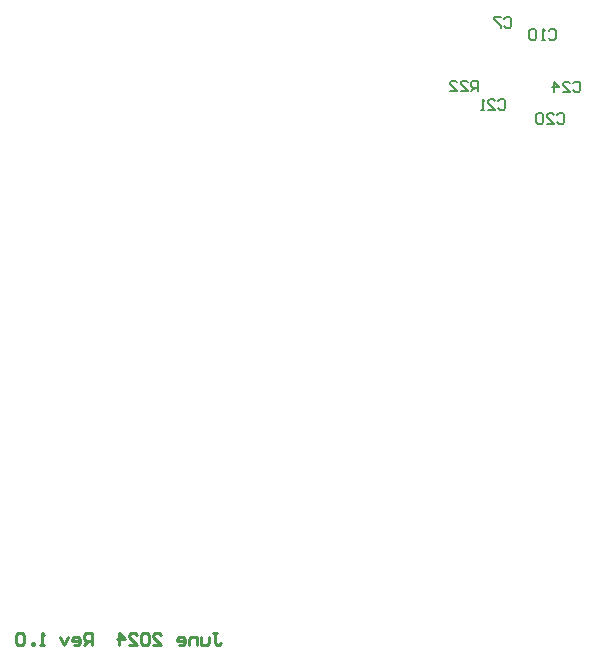
<source format=gbo>
G04*
G04 #@! TF.GenerationSoftware,Altium Limited,Altium Designer,24.2.2 (26)*
G04*
G04 Layer_Color=32896*
%FSLAX26Y26*%
%MOIN*%
G70*
G04*
G04 #@! TF.SameCoordinates,46F5A5B2-6880-422F-88BA-D3FAC370E1DB*
G04*
G04*
G04 #@! TF.FilePolarity,Positive*
G04*
G01*
G75*
%ADD16C,0.010000*%
%ADD17C,0.008000*%
D16*
X963342Y89987D02*
X976671D01*
X970006D01*
Y56664D01*
X976671Y50000D01*
X983336D01*
X990000Y56664D01*
X950013Y76658D02*
Y56664D01*
X943348Y50000D01*
X923355D01*
Y76658D01*
X910026Y50000D02*
Y76658D01*
X890032D01*
X883368Y69993D01*
Y50000D01*
X850045D02*
X863374D01*
X870039Y56664D01*
Y69993D01*
X863374Y76658D01*
X850045D01*
X843381Y69993D01*
Y63329D01*
X870039D01*
X763407Y50000D02*
X790064D01*
X763407Y76658D01*
Y83323D01*
X770071Y89987D01*
X783400D01*
X790064Y83323D01*
X750077D02*
X743413Y89987D01*
X730084D01*
X723419Y83323D01*
Y56664D01*
X730084Y50000D01*
X743413D01*
X750077Y56664D01*
Y83323D01*
X683432Y50000D02*
X710090D01*
X683432Y76658D01*
Y83323D01*
X690097Y89987D01*
X703426D01*
X710090Y83323D01*
X650110Y50000D02*
Y89987D01*
X670103Y69993D01*
X643445D01*
X560000Y50000D02*
Y89987D01*
X540006D01*
X533342Y83323D01*
Y69993D01*
X540006Y63329D01*
X560000D01*
X546671D02*
X533342Y50000D01*
X500019D02*
X513348D01*
X520013Y56664D01*
Y69993D01*
X513348Y76658D01*
X500019D01*
X493355Y69993D01*
Y63329D01*
X520013D01*
X480026Y76658D02*
X466697Y50000D01*
X453368Y76658D01*
X400052Y50000D02*
X386723D01*
X393387D01*
Y89987D01*
X400052Y83323D01*
X366729Y50000D02*
Y56664D01*
X360065D01*
Y50000D01*
X366729D01*
X333406Y83323D02*
X326742Y89987D01*
X313413D01*
X306748Y83323D01*
Y56664D01*
X313413Y50000D01*
X326742D01*
X333406Y56664D01*
Y83323D01*
D17*
X1848267Y1895548D02*
Y1930537D01*
X1830773D01*
X1824941Y1924705D01*
Y1913042D01*
X1830773Y1907211D01*
X1848267D01*
X1836604D02*
X1824941Y1895548D01*
X1789953D02*
X1813278D01*
X1789953Y1918874D01*
Y1924705D01*
X1795784Y1930537D01*
X1807447D01*
X1813278Y1924705D01*
X1754964Y1895548D02*
X1778290D01*
X1754964Y1918874D01*
Y1924705D01*
X1760795Y1930537D01*
X1772458D01*
X1778290Y1924705D01*
X2166023Y1921544D02*
X2171855Y1927376D01*
X2183518D01*
X2189349Y1921544D01*
Y1898218D01*
X2183518Y1892387D01*
X2171855D01*
X2166023Y1898218D01*
X2131035Y1892387D02*
X2154360D01*
X2131035Y1915713D01*
Y1921544D01*
X2136866Y1927376D01*
X2148529D01*
X2154360Y1921544D01*
X2101877Y1892387D02*
Y1927376D01*
X2119372Y1909881D01*
X2096046D01*
X1915967Y1863082D02*
X1921799Y1868913D01*
X1933462D01*
X1939293Y1863082D01*
Y1839756D01*
X1933462Y1833925D01*
X1921799D01*
X1915967Y1839756D01*
X1880979Y1833925D02*
X1904304D01*
X1880979Y1857251D01*
Y1863082D01*
X1886810Y1868913D01*
X1898473D01*
X1904304Y1863082D01*
X1869316Y1833925D02*
X1857653D01*
X1863484D01*
Y1868913D01*
X1869316Y1863082D01*
X2111977Y1816257D02*
X2117809Y1822089D01*
X2129471D01*
X2135303Y1816257D01*
Y1792931D01*
X2129471Y1787100D01*
X2117809D01*
X2111977Y1792931D01*
X2076988Y1787100D02*
X2100314D01*
X2076988Y1810426D01*
Y1816257D01*
X2082820Y1822089D01*
X2094483D01*
X2100314Y1816257D01*
X2065325D02*
X2059494Y1822089D01*
X2047831D01*
X2042000Y1816257D01*
Y1792931D01*
X2047831Y1787100D01*
X2059494D01*
X2065325Y1792931D01*
Y1816257D01*
X2082861Y2095847D02*
X2088692Y2101679D01*
X2100355D01*
X2106186Y2095847D01*
Y2072521D01*
X2100355Y2066690D01*
X2088692D01*
X2082861Y2072521D01*
X2071198Y2066690D02*
X2059535D01*
X2065366D01*
Y2101679D01*
X2071198Y2095847D01*
X2042041D02*
X2036209Y2101679D01*
X2024546D01*
X2018715Y2095847D01*
Y2072521D01*
X2024546Y2066690D01*
X2036209D01*
X2042041Y2072521D01*
Y2095847D01*
X1935408Y2135784D02*
X1941240Y2141616D01*
X1952903D01*
X1958734Y2135784D01*
Y2112458D01*
X1952903Y2106627D01*
X1941240D01*
X1935408Y2112458D01*
X1923745Y2141616D02*
X1900420D01*
Y2135784D01*
X1923745Y2112458D01*
Y2106627D01*
M02*

</source>
